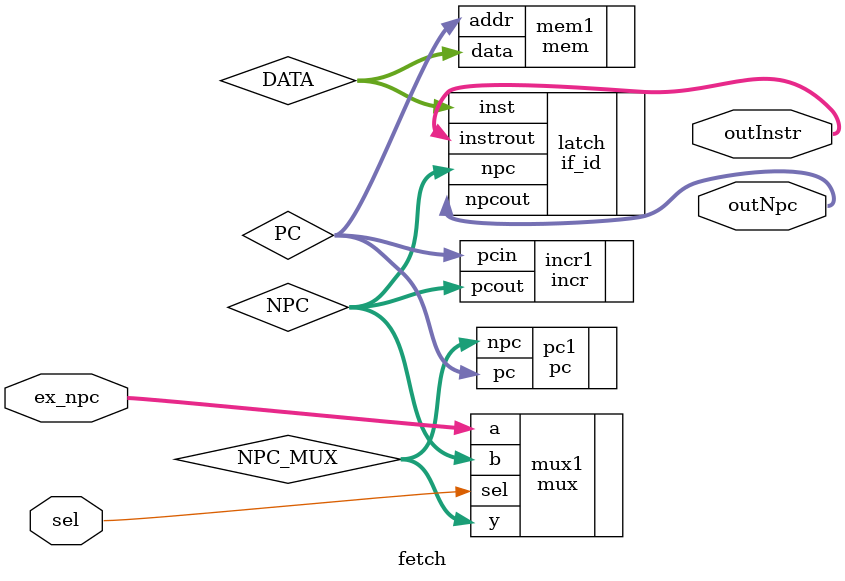
<source format=v>
`include "mux.v"
`include "if_id.v"
`include "pc.v"
`include "incr.v"
`include "mem.v"
`timescale 1ns / 1ps

module fetch (
	input sel,
	input [31:0] ex_npc,
	output [31:0] outInstr,
	output [31:0] outNpc
	);

	wire[31:0] PC;
	wire[31:0] DATA;
	wire[31:0] NPC;
	wire[31:0] NPC_MUX;

	mux mux1(.y(NPC_MUX),
		 .a(ex_npc),
		 .b(NPC),
		 .sel(sel));

	pc pc1(.pc(PC),
	       .npc(NPC_MUX));

	mem mem1(.data(DATA),
		 .addr(PC));

	if_id latch(.npcout(outNpc),
		    .instrout(outInstr),
		    .inst(DATA),
		    .npc(NPC));

	incr incr1(.pcin(PC),
		   .pcout(NPC));

	initial begin

//		$display("Time\t PC\t NPC\t MEM->DATA\t IF_ID_IR\t IF_ID_NPC"); 
//		$monitor("%0d\t %0d\t %0d\t %h\t %h\t %0d",
//			$time,PC,NPC,DATA,outInstr,outNpc);
//		#20 $finish;
	end
endmodule
</source>
